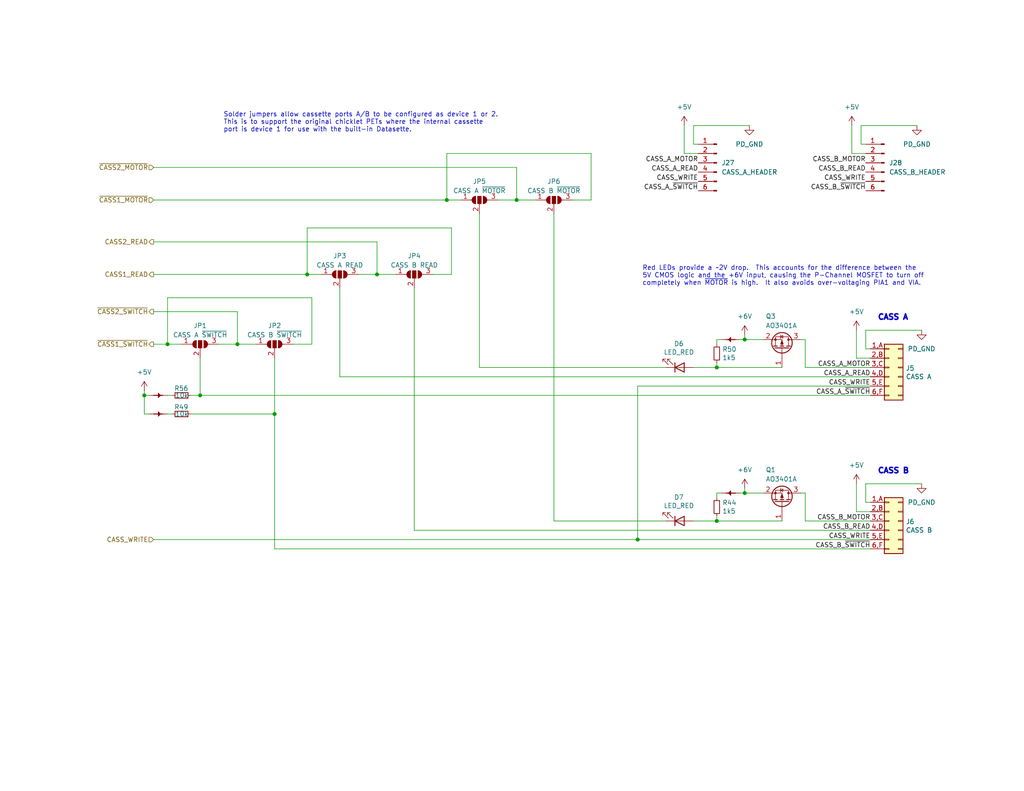
<source format=kicad_sch>
(kicad_sch (version 20211123) (generator eeschema)
  (paper "A")
  (title_block (title "CBM PET Mainboard Replacement"))
  (lib_symbols
    (symbol "CBM_PET_CASS_Conn_01x06_Card_Edge_1" (pin_names (offset 1.016) hide)
      (property "Reference" "J" (at 1.27 7.62 0))
      (property "Value" "CBM_PET_CASS_Conn_01x06_Card_Edge_1" (at 1.27 -10.16 0))
      (symbol "CBM_PET_CASS_Conn_01x06_Card_Edge_1_1_1"
        (rectangle (start -1.27 -7.493) (end 0 -7.747) (stroke (width 0.1524)))
        (rectangle (start -1.27 -4.953) (end 0 -5.207) (stroke (width 0.1524)))
        (rectangle (start -1.27 -2.413) (end 0 -2.667) (stroke (width 0.1524)))
        (rectangle (start -1.27 0.127) (end 0 -0.127) (stroke (width 0.1524)))
        (rectangle (start -1.27 2.667) (end 0 2.413) (stroke (width 0.1524)))
        (rectangle (start -1.27 5.207) (end 0 4.953) (stroke (width 0.1524)))
        (rectangle (start -1.27 6.35) (end 3.81 -8.89) (stroke (width 0.254)) (fill (type background)))
        (rectangle (start 3.81 -7.493) (end 2.54 -7.747) (stroke (width 0.1524)))
        (rectangle (start 3.81 -4.953) (end 2.54 -5.207) (stroke (width 0.1524)))
        (rectangle (start 3.81 -2.413) (end 2.54 -2.667) (stroke (width 0.1524)))
        (rectangle (start 3.81 0.127) (end 2.54 -0.127) (stroke (width 0.1524)))
        (rectangle (start 3.81 2.667) (end 2.54 2.413) (stroke (width 0.1524)))
        (rectangle (start 3.81 5.207) (end 2.54 4.953) (stroke (width 0.1524)))
        (pin passive line (at -5.08 5.08 0) (length 3.81) (name "GND") (number "1,A"))
        (pin passive line (at -5.08 2.54 0) (length 3.81) (name "+5V") (number "2,B"))
        (pin passive line (at -5.08 0 0) (length 3.81) (name "MOTOR") (number "3,C"))
        (pin passive line (at -5.08 -2.54 0) (length 3.81) (name "READ") (number "4,D"))
        (pin passive line (at -5.08 -5.08 0) (length 3.81) (name "WRITE") (number "5,E"))
        (pin passive line (at -5.08 -7.62 0) (length 3.81) (name "SWITCH") (number "6,F"))
      )
    )
    (symbol "Connector:Conn_01x06_Male" (pin_names (offset 1.016) hide)
      (property "Reference" "J" (at 0 7.62 0))
      (property "Value" "Conn_01x06_Male" (at 0 -10.16 0))
      (symbol "Conn_01x06_Male_1_1"
        (polyline (pts (xy 1.27 -7.62) (xy 0.8636 -7.62)) (stroke (width 0.1524)))
        (polyline (pts (xy 1.27 -5.08) (xy 0.8636 -5.08)) (stroke (width 0.1524)))
        (polyline (pts (xy 1.27 -2.54) (xy 0.8636 -2.54)) (stroke (width 0.1524)))
        (polyline (pts (xy 1.27 0) (xy 0.8636 0)) (stroke (width 0.1524)))
        (polyline (pts (xy 1.27 2.54) (xy 0.8636 2.54)) (stroke (width 0.1524)))
        (polyline (pts (xy 1.27 5.08) (xy 0.8636 5.08)) (stroke (width 0.1524)))
        (rectangle (start 0.8636 -7.493) (end 0 -7.747) (stroke (width 0.1524)) (fill (type outline)))
        (rectangle (start 0.8636 -4.953) (end 0 -5.207) (stroke (width 0.1524)) (fill (type outline)))
        (rectangle (start 0.8636 -2.413) (end 0 -2.667) (stroke (width 0.1524)) (fill (type outline)))
        (rectangle (start 0.8636 0.127) (end 0 -0.127) (stroke (width 0.1524)) (fill (type outline)))
        (rectangle (start 0.8636 2.667) (end 0 2.413) (stroke (width 0.1524)) (fill (type outline)))
        (rectangle (start 0.8636 5.207) (end 0 4.953) (stroke (width 0.1524)) (fill (type outline)))
        (pin passive line (at 5.08 5.08 180) (length 3.81) (name "Pin_1") (number "1"))
        (pin passive line (at 5.08 2.54 180) (length 3.81) (name "Pin_2") (number "2"))
        (pin passive line (at 5.08 0 180) (length 3.81) (name "Pin_3") (number "3"))
        (pin passive line (at 5.08 -2.54 180) (length 3.81) (name "Pin_4") (number "4"))
        (pin passive line (at 5.08 -5.08 180) (length 3.81) (name "Pin_5") (number "5"))
        (pin passive line (at 5.08 -7.62 180) (length 3.81) (name "Pin_6") (number "6"))
      )
    )
    (symbol "Device:LED" (pin_numbers hide) (pin_names (offset 1.016) hide)
      (property "Reference" "D" (at 0 2.54 0))
      (property "Value" "LED" (at 0 -2.54 0))
      (symbol "LED_0_1"
        (polyline (pts (xy -1.27 -1.27) (xy -1.27 1.27)) (stroke (width 0.254)))
        (polyline (pts (xy -1.27 0) (xy 1.27 0)))
        (polyline (pts (xy 1.27 -1.27) (xy 1.27 1.27) (xy -1.27 0) (xy 1.27 -1.27)) (stroke (width 0.254)))
        (polyline (pts (xy -3.048 -0.762) (xy -4.572 -2.286) (xy -3.81 -2.286) (xy -4.572 -2.286) (xy -4.572 -1.524)))
        (polyline (pts (xy -1.778 -0.762) (xy -3.302 -2.286) (xy -2.54 -2.286) (xy -3.302 -2.286) (xy -3.302 -1.524)))
      )
      (symbol "LED_1_1"
        (pin passive line (at -3.81 0 0) (length 2.54) (name "K") (number "1"))
        (pin passive line (at 3.81 0 180) (length 2.54) (name "A") (number "2"))
      )
    )
    (symbol "Device:R_Small" (pin_numbers hide) (pin_names (offset 0.254) hide)
      (property "Reference" "R" (at 0.762 0.508 0))
      (property "Value" "R_Small" (at 0.762 -1.016 0))
      (symbol "R_Small_0_1"
        (rectangle (start -0.762 1.778) (end 0.762 -1.778) (stroke (width 0.2032)))
      )
      (symbol "R_Small_1_1"
        (pin passive line (at 0 2.54 270) (length 0.762) (name "~") (number "1"))
        (pin passive line (at 0 -2.54 90) (length 0.762) (name "~") (number "2"))
      )
    )
    (symbol "Jumper:SolderJumper_3_Open" (pin_names (offset 0) hide)
      (property "Reference" "JP" (at -2.54 -2.54 0))
      (property "Value" "SolderJumper_3_Open" (at 0 2.794 0))
      (symbol "SolderJumper_3_Open_0_1"
        (arc (start -1.016 1.016) (mid -2.032 0) (end -1.016 -1.016))
        (arc (start -1.016 1.016) (mid -2.032 0) (end -1.016 -1.016) (fill (type outline)))
        (rectangle (start -0.508 1.016) (end 0.508 -1.016) (fill (type outline)))
        (polyline (pts (xy -2.54 0) (xy -2.032 0)))
        (polyline (pts (xy -1.016 1.016) (xy -1.016 -1.016)))
        (polyline (pts (xy 0 -1.27) (xy 0 -1.016)))
        (polyline (pts (xy 1.016 1.016) (xy 1.016 -1.016)))
        (polyline (pts (xy 2.54 0) (xy 2.032 0)))
        (arc (start 1.016 -1.016) (mid 2.032 0) (end 1.016 1.016))
        (arc (start 1.016 -1.016) (mid 2.032 0) (end 1.016 1.016) (fill (type outline)))
      )
      (symbol "SolderJumper_3_Open_1_1"
        (pin passive line (at -5.08 0 0) (length 2.54) (name "A") (number "1"))
        (pin passive line (at 0 -3.81 90) (length 2.54) (name "C") (number "2"))
        (pin passive line (at 5.08 0 180) (length 2.54) (name "B") (number "3"))
      )
    )
    (symbol "PET:PD_GND" (power) (pin_names (offset 0))
      (property "Value" "PD_GND" (at 0 -3.81 0))
      (symbol "PD_GND_0_1"
        (polyline (pts (xy 0 0) (xy 0 -1.27) (xy 1.27 -1.27) (xy 0 -2.54) (xy -1.27 -1.27) (xy 0 -1.27)))
      )
      (symbol "PD_GND_1_1"
        (pin power_in line (at 0 0 270) (length 0) hide (name "PD_GND") (number "1"))
      )
    )
    (symbol "PET:PowerTie_2" (pin_numbers hide) (pin_names (offset 0) hide)
      (symbol "PowerTie_2_0_1"
        (polyline (pts (xy -1.27 0) (xy 1.27 0)) (stroke (width 0.254)))
        (polyline (pts (xy 0 0.635) (xy 0.635 0) (xy 0 -0.635) (xy 0 0.635)) (fill (type outline)))
      )
      (symbol "PowerTie_2_1_1"
        (pin power_in line (at -2.54 0 0) (length 2.54) (name "1") (number "1"))
        (pin power_out line (at 2.54 0 180) (length 2.54) (name "2") (number "2"))
      )
    )
    (symbol "Retrocomputing:CBM_PET_CASS_Conn_01x06_Card_Edge" (pin_names (offset 1.016) hide)
      (property "Reference" "J" (at 1.27 7.62 0))
      (property "Value" "CBM_PET_CASS_Conn_01x06_Card_Edge" (at 1.27 -10.16 0))
      (symbol "CBM_PET_CASS_Conn_01x06_Card_Edge_1_1"
        (rectangle (start -1.27 -7.493) (end 0 -7.747) (stroke (width 0.1524)))
        (rectangle (start -1.27 -4.953) (end 0 -5.207) (stroke (width 0.1524)))
        (rectangle (start -1.27 -2.413) (end 0 -2.667) (stroke (width 0.1524)))
        (rectangle (start -1.27 0.127) (end 0 -0.127) (stroke (width 0.1524)))
        (rectangle (start -1.27 2.667) (end 0 2.413) (stroke (width 0.1524)))
        (rectangle (start -1.27 5.207) (end 0 4.953) (stroke (width 0.1524)))
        (rectangle (start -1.27 6.35) (end 3.81 -8.89) (stroke (width 0.254)) (fill (type background)))
        (rectangle (start 3.81 -7.493) (end 2.54 -7.747) (stroke (width 0.1524)))
        (rectangle (start 3.81 -4.953) (end 2.54 -5.207) (stroke (width 0.1524)))
        (rectangle (start 3.81 -2.413) (end 2.54 -2.667) (stroke (width 0.1524)))
        (rectangle (start 3.81 0.127) (end 2.54 -0.127) (stroke (width 0.1524)))
        (rectangle (start 3.81 2.667) (end 2.54 2.413) (stroke (width 0.1524)))
        (rectangle (start 3.81 5.207) (end 2.54 4.953) (stroke (width 0.1524)))
        (pin passive line (at -5.08 5.08 0) (length 3.81) (name "GND") (number "1,A"))
        (pin passive line (at -5.08 2.54 0) (length 3.81) (name "+5V") (number "2,B"))
        (pin passive line (at -5.08 0 0) (length 3.81) (name "MOTOR") (number "3,C"))
        (pin passive line (at -5.08 -2.54 0) (length 3.81) (name "READ") (number "4,D"))
        (pin passive line (at -5.08 -5.08 0) (length 3.81) (name "WRITE") (number "5,E"))
        (pin passive line (at -5.08 -7.62 0) (length 3.81) (name "SWITCH") (number "6,F"))
      )
    )
    (symbol "SolderJumper_3_Open_1" (pin_names (offset 0) hide)
      (property "Reference" "JP" (at -2.54 -2.54 0))
      (property "Value" "SolderJumper_3_Open_1" (at 0 2.794 0))
      (symbol "SolderJumper_3_Open_1_0_1"
        (arc (start -1.016 1.016) (mid -2.032 0) (end -1.016 -1.016))
        (arc (start -1.016 1.016) (mid -2.032 0) (end -1.016 -1.016) (fill (type outline)))
        (rectangle (start -0.508 1.016) (end 0.508 -1.016) (fill (type outline)))
        (polyline (pts (xy -2.54 0) (xy -2.032 0)))
        (polyline (pts (xy -1.016 1.016) (xy -1.016 -1.016)))
        (polyline (pts (xy 0 -1.27) (xy 0 -1.016)))
        (polyline (pts (xy 1.016 1.016) (xy 1.016 -1.016)))
        (polyline (pts (xy 2.54 0) (xy 2.032 0)))
        (arc (start 1.016 -1.016) (mid 2.032 0) (end 1.016 1.016))
        (arc (start 1.016 -1.016) (mid 2.032 0) (end 1.016 1.016) (fill (type outline)))
      )
      (symbol "SolderJumper_3_Open_1_1_1"
        (pin passive line (at -5.08 0 0) (length 2.54) (name "A") (number "1"))
        (pin passive line (at 0 -3.81 90) (length 2.54) (name "C") (number "2"))
        (pin passive line (at 5.08 0 180) (length 2.54) (name "B") (number "3"))
      )
    )
    (symbol "SolderJumper_3_Open_2" (pin_names (offset 0) hide)
      (property "Reference" "JP" (at -2.54 -2.54 0))
      (property "Value" "SolderJumper_3_Open_2" (at 0 2.794 0))
      (symbol "SolderJumper_3_Open_2_0_1"
        (arc (start -1.016 1.016) (mid -2.032 0) (end -1.016 -1.016))
        (arc (start -1.016 1.016) (mid -2.032 0) (end -1.016 -1.016) (fill (type outline)))
        (rectangle (start -0.508 1.016) (end 0.508 -1.016) (fill (type outline)))
        (polyline (pts (xy -2.54 0) (xy -2.032 0)))
        (polyline (pts (xy -1.016 1.016) (xy -1.016 -1.016)))
        (polyline (pts (xy 0 -1.27) (xy 0 -1.016)))
        (polyline (pts (xy 1.016 1.016) (xy 1.016 -1.016)))
        (polyline (pts (xy 2.54 0) (xy 2.032 0)))
        (arc (start 1.016 -1.016) (mid 2.032 0) (end 1.016 1.016))
        (arc (start 1.016 -1.016) (mid 2.032 0) (end 1.016 1.016) (fill (type outline)))
      )
      (symbol "SolderJumper_3_Open_2_1_1"
        (pin passive line (at -5.08 0 0) (length 2.54) (name "A") (number "1"))
        (pin passive line (at 0 -3.81 90) (length 2.54) (name "C") (number "2"))
        (pin passive line (at 5.08 0 180) (length 2.54) (name "B") (number "3"))
      )
    )
    (symbol "SolderJumper_3_Open_3" (pin_names (offset 0) hide)
      (property "Reference" "JP" (at -2.54 -2.54 0))
      (property "Value" "SolderJumper_3_Open_3" (at 0 2.794 0))
      (symbol "SolderJumper_3_Open_3_0_1"
        (arc (start -1.016 1.016) (mid -2.032 0) (end -1.016 -1.016))
        (arc (start -1.016 1.016) (mid -2.032 0) (end -1.016 -1.016) (fill (type outline)))
        (rectangle (start -0.508 1.016) (end 0.508 -1.016) (fill (type outline)))
        (polyline (pts (xy -2.54 0) (xy -2.032 0)))
        (polyline (pts (xy -1.016 1.016) (xy -1.016 -1.016)))
        (polyline (pts (xy 0 -1.27) (xy 0 -1.016)))
        (polyline (pts (xy 1.016 1.016) (xy 1.016 -1.016)))
        (polyline (pts (xy 2.54 0) (xy 2.032 0)))
        (arc (start 1.016 -1.016) (mid 2.032 0) (end 1.016 1.016))
        (arc (start 1.016 -1.016) (mid 2.032 0) (end 1.016 1.016) (fill (type outline)))
      )
      (symbol "SolderJumper_3_Open_3_1_1"
        (pin passive line (at -5.08 0 0) (length 2.54) (name "A") (number "1"))
        (pin passive line (at 0 -3.81 90) (length 2.54) (name "C") (number "2"))
        (pin passive line (at 5.08 0 180) (length 2.54) (name "B") (number "3"))
      )
    )
    (symbol "SolderJumper_3_Open_4" (pin_names (offset 0) hide)
      (property "Reference" "JP" (at -2.54 -2.54 0))
      (property "Value" "SolderJumper_3_Open_4" (at 0 2.794 0))
      (symbol "SolderJumper_3_Open_4_0_1"
        (arc (start -1.016 1.016) (mid -2.032 0) (end -1.016 -1.016))
        (arc (start -1.016 1.016) (mid -2.032 0) (end -1.016 -1.016) (fill (type outline)))
        (rectangle (start -0.508 1.016) (end 0.508 -1.016) (fill (type outline)))
        (polyline (pts (xy -2.54 0) (xy -2.032 0)))
        (polyline (pts (xy -1.016 1.016) (xy -1.016 -1.016)))
        (polyline (pts (xy 0 -1.27) (xy 0 -1.016)))
        (polyline (pts (xy 1.016 1.016) (xy 1.016 -1.016)))
        (polyline (pts (xy 2.54 0) (xy 2.032 0)))
        (arc (start 1.016 -1.016) (mid 2.032 0) (end 1.016 1.016))
        (arc (start 1.016 -1.016) (mid 2.032 0) (end 1.016 1.016) (fill (type outline)))
      )
      (symbol "SolderJumper_3_Open_4_1_1"
        (pin passive line (at -5.08 0 0) (length 2.54) (name "A") (number "1"))
        (pin passive line (at 0 -3.81 90) (length 2.54) (name "C") (number "2"))
        (pin passive line (at 5.08 0 180) (length 2.54) (name "B") (number "3"))
      )
    )
    (symbol "SolderJumper_3_Open_5" (pin_names (offset 0) hide)
      (property "Reference" "JP" (at -2.54 -2.54 0))
      (property "Value" "SolderJumper_3_Open_5" (at 0 2.794 0))
      (symbol "SolderJumper_3_Open_5_0_1"
        (arc (start -1.016 1.016) (mid -2.032 0) (end -1.016 -1.016))
        (arc (start -1.016 1.016) (mid -2.032 0) (end -1.016 -1.016) (fill (type outline)))
        (rectangle (start -0.508 1.016) (end 0.508 -1.016) (fill (type outline)))
        (polyline (pts (xy -2.54 0) (xy -2.032 0)))
        (polyline (pts (xy -1.016 1.016) (xy -1.016 -1.016)))
        (polyline (pts (xy 0 -1.27) (xy 0 -1.016)))
        (polyline (pts (xy 1.016 1.016) (xy 1.016 -1.016)))
        (polyline (pts (xy 2.54 0) (xy 2.032 0)))
        (arc (start 1.016 -1.016) (mid 2.032 0) (end 1.016 1.016))
        (arc (start 1.016 -1.016) (mid 2.032 0) (end 1.016 1.016) (fill (type outline)))
      )
      (symbol "SolderJumper_3_Open_5_1_1"
        (pin passive line (at -5.08 0 0) (length 2.54) (name "A") (number "1"))
        (pin passive line (at 0 -3.81 90) (length 2.54) (name "C") (number "2"))
        (pin passive line (at 5.08 0 180) (length 2.54) (name "B") (number "3"))
      )
    )
    (symbol "Transistor_FET:AO3401A" (pin_names hide)
      (property "Reference" "Q" (at 5.08 1.905 0))
      (property "Value" "AO3401A" (at 5.08 0 0))
      (symbol "AO3401A_0_1"
        (polyline (pts (xy 0.254 0) (xy -2.54 0)))
        (polyline (pts (xy 0.254 1.905) (xy 0.254 -1.905)) (stroke (width 0.254)))
        (polyline (pts (xy 0.762 -1.27) (xy 0.762 -2.286)) (stroke (width 0.254)))
        (polyline (pts (xy 0.762 0.508) (xy 0.762 -0.508)) (stroke (width 0.254)))
        (polyline (pts (xy 0.762 2.286) (xy 0.762 1.27)) (stroke (width 0.254)))
        (polyline (pts (xy 2.54 2.54) (xy 2.54 1.778)))
        (polyline (pts (xy 2.54 -2.54) (xy 2.54 0) (xy 0.762 0)))
        (polyline (pts (xy 0.762 1.778) (xy 3.302 1.778) (xy 3.302 -1.778) (xy 0.762 -1.778)))
        (polyline (pts (xy 2.286 0) (xy 1.27 0.381) (xy 1.27 -0.381) (xy 2.286 0)) (fill (type outline)))
        (polyline (pts (xy 2.794 -0.508) (xy 2.921 -0.381) (xy 3.683 -0.381) (xy 3.81 -0.254)))
        (polyline (pts (xy 3.302 -0.381) (xy 2.921 0.254) (xy 3.683 0.254) (xy 3.302 -0.381)))
        (circle (center 1.651 0) (radius 2.794) (stroke (width 0.254)))
        (circle (center 2.54 -1.778) (radius 0.254) (fill (type outline)))
        (circle (center 2.54 1.778) (radius 0.254) (fill (type outline)))
      )
      (symbol "AO3401A_1_1"
        (pin input line (at -5.08 0 0) (length 2.54) (name "G") (number "1"))
        (pin passive line (at 2.54 -5.08 90) (length 2.54) (name "S") (number "2"))
        (pin passive line (at 2.54 5.08 270) (length 2.54) (name "D") (number "3"))
      )
    )
    (symbol "power:+5V" (power) (pin_names (offset 0))
      (property "Value" "+5V" (at 0 3.556 0))
      (symbol "+5V_0_1"
        (polyline (pts (xy -0.762 1.27) (xy 0 2.54)))
        (polyline (pts (xy 0 0) (xy 0 2.54)))
        (polyline (pts (xy 0 2.54) (xy 0.762 1.27)))
      )
      (symbol "+5V_1_1"
        (pin power_in line (at 0 0 90) (length 0) hide (name "+5V") (number "1"))
      )
    )
    (symbol "power:+6V" (power) (pin_names (offset 0))
      (property "Value" "+6V" (at 0 3.556 0))
      (symbol "+6V_0_1"
        (polyline (pts (xy -0.762 1.27) (xy 0 2.54)))
        (polyline (pts (xy 0 0) (xy 0 2.54)))
        (polyline (pts (xy 0 2.54) (xy 0.762 1.27)))
      )
      (symbol "+6V_1_1"
        (pin power_in line (at 0 0 90) (length 0) hide (name "+6V") (number "1"))
      )
    )
  )
  (junction (at 74.93 113.03))
  (junction (at 203.2 92.71))
  (junction (at 39.37 107.95))
  (junction (at 45.72 93.98))
  (junction (at 102.87 74.93))
  (junction (at 203.2 134.62))
  (junction (at 195.58 100.33))
  (junction (at 64.77 93.98))
  (junction (at 195.58 142.24))
  (junction (at 121.92 54.61))
  (junction (at 83.82 74.93))
  (junction (at 173.99 147.32))
  (junction (at 54.61 107.95))
  (junction (at 140.97 54.61))
  (wire (pts (xy 130.81 100.33) (xy 181.61 100.33)))
  (wire (pts (xy 189.23 39.37) (xy 189.23 34.29)))
  (wire (pts (xy 201.93 92.71) (xy 203.2 92.71)))
  (wire (pts (xy 201.93 134.62) (xy 203.2 134.62)))
  (wire (pts (xy 123.19 62.23) (xy 123.19 74.93)))
  (wire (pts (xy 45.72 113.03) (xy 46.99 113.03)))
  (wire (pts (xy 195.58 92.71) (xy 196.85 92.71)))
  (wire (pts (xy 237.49 137.16) (xy 236.22 137.16)))
  (wire (pts (xy 102.87 66.04) (xy 102.87 74.93)))
  (wire (pts (xy 195.58 134.62) (xy 196.85 134.62)))
  (wire (pts (xy 54.61 107.95) (xy 237.49 107.95)))
  (wire (pts (xy 39.37 113.03) (xy 40.64 113.03)))
  (wire (pts (xy 186.69 41.91) (xy 186.69 34.29)))
  (wire (pts (xy 189.23 142.24) (xy 195.58 142.24)))
  (wire (pts (xy 219.71 134.62) (xy 219.71 142.24)))
  (wire (pts (xy 74.93 113.03) (xy 74.93 149.86)))
  (wire (pts (xy 45.72 93.98) (xy 45.72 81.28)))
  (wire (pts (xy 186.69 41.91) (xy 190.5 41.91)))
  (wire (pts (xy 54.61 97.79) (xy 54.61 107.95)))
  (wire (pts (xy 151.13 142.24) (xy 181.61 142.24)))
  (wire (pts (xy 45.72 93.98) (xy 49.53 93.98)))
  (wire (pts (xy 41.91 66.04) (xy 102.87 66.04)))
  (wire (pts (xy 39.37 107.95) (xy 40.64 107.95)))
  (wire (pts (xy 236.22 95.25) (xy 236.22 90.17)))
  (wire (pts (xy 234.95 34.29) (xy 250.19 34.29)))
  (wire (pts (xy 236.22 132.08) (xy 251.46 132.08)))
  (wire (pts (xy 140.97 45.72) (xy 140.97 54.61)))
  (wire (pts (xy 59.69 93.98) (xy 64.77 93.98)))
  (wire (pts (xy 236.22 39.37) (xy 234.95 39.37)))
  (wire (pts (xy 97.79 74.93) (xy 102.87 74.93)))
  (wire (pts (xy 195.58 99.06) (xy 195.58 100.33)))
  (wire (pts (xy 203.2 133.35) (xy 203.2 134.62)))
  (wire (pts (xy 102.87 74.93) (xy 107.95 74.93)))
  (wire (pts (xy 85.09 81.28) (xy 85.09 93.98)))
  (wire (pts (xy 218.44 134.62) (xy 219.71 134.62)))
  (wire (pts (xy 236.22 137.16) (xy 236.22 132.08)))
  (wire (pts (xy 41.91 74.93) (xy 83.82 74.93)))
  (wire (pts (xy 92.71 78.74) (xy 92.71 102.87)))
  (wire (pts (xy 173.99 105.41) (xy 173.99 147.32)))
  (wire (pts (xy 173.99 147.32) (xy 237.49 147.32)))
  (wire (pts (xy 140.97 54.61) (xy 146.05 54.61)))
  (wire (pts (xy 219.71 100.33) (xy 237.49 100.33)))
  (wire (pts (xy 64.77 85.09) (xy 64.77 93.98)))
  (wire (pts (xy 41.91 45.72) (xy 140.97 45.72)))
  (wire (pts (xy 130.81 58.42) (xy 130.81 100.33)))
  (wire (pts (xy 85.09 93.98) (xy 80.01 93.98)))
  (wire (pts (xy 161.29 54.61) (xy 156.21 54.61)))
  (wire (pts (xy 190.5 39.37) (xy 189.23 39.37)))
  (wire (pts (xy 232.41 41.91) (xy 236.22 41.91)))
  (wire (pts (xy 74.93 149.86) (xy 237.49 149.86)))
  (wire (pts (xy 39.37 106.68) (xy 39.37 107.95)))
  (wire (pts (xy 195.58 100.33) (xy 213.36 100.33)))
  (wire (pts (xy 121.92 54.61) (xy 121.92 41.91)))
  (wire (pts (xy 233.68 97.79) (xy 237.49 97.79)))
  (wire (pts (xy 203.2 92.71) (xy 208.28 92.71)))
  (wire (pts (xy 237.49 95.25) (xy 236.22 95.25)))
  (wire (pts (xy 161.29 41.91) (xy 161.29 54.61)))
  (wire (pts (xy 189.23 34.29) (xy 204.47 34.29)))
  (wire (pts (xy 113.03 78.74) (xy 113.03 144.78)))
  (wire (pts (xy 41.91 85.09) (xy 64.77 85.09)))
  (wire (pts (xy 233.68 139.7) (xy 237.49 139.7)))
  (wire (pts (xy 233.68 97.79) (xy 233.68 90.17)))
  (wire (pts (xy 39.37 107.95) (xy 39.37 113.03)))
  (wire (pts (xy 219.71 142.24) (xy 237.49 142.24)))
  (wire (pts (xy 83.82 74.93) (xy 87.63 74.93)))
  (wire (pts (xy 83.82 74.93) (xy 83.82 62.23)))
  (wire (pts (xy 195.58 142.24) (xy 213.36 142.24)))
  (wire (pts (xy 234.95 39.37) (xy 234.95 34.29)))
  (wire (pts (xy 195.58 134.62) (xy 195.58 135.89)))
  (wire (pts (xy 83.82 62.23) (xy 123.19 62.23)))
  (wire (pts (xy 123.19 74.93) (xy 118.11 74.93)))
  (wire (pts (xy 203.2 91.44) (xy 203.2 92.71)))
  (wire (pts (xy 74.93 97.79) (xy 74.93 113.03)))
  (wire (pts (xy 195.58 92.71) (xy 195.58 93.98)))
  (wire (pts (xy 121.92 54.61) (xy 125.73 54.61)))
  (wire (pts (xy 41.91 54.61) (xy 121.92 54.61)))
  (wire (pts (xy 236.22 90.17) (xy 251.46 90.17)))
  (wire (pts (xy 232.41 41.91) (xy 232.41 34.29)))
  (wire (pts (xy 219.71 92.71) (xy 219.71 100.33)))
  (wire (pts (xy 135.89 54.61) (xy 140.97 54.61)))
  (wire (pts (xy 195.58 140.97) (xy 195.58 142.24)))
  (wire (pts (xy 151.13 58.42) (xy 151.13 142.24)))
  (wire (pts (xy 64.77 93.98) (xy 69.85 93.98)))
  (wire (pts (xy 121.92 41.91) (xy 161.29 41.91)))
  (wire (pts (xy 218.44 92.71) (xy 219.71 92.71)))
  (wire (pts (xy 113.03 144.78) (xy 237.49 144.78)))
  (wire (pts (xy 52.07 113.03) (xy 74.93 113.03)))
  (wire (pts (xy 45.72 107.95) (xy 46.99 107.95)))
  (wire (pts (xy 233.68 139.7) (xy 233.68 132.08)))
  (wire (pts (xy 41.91 93.98) (xy 45.72 93.98)))
  (wire (pts (xy 92.71 102.87) (xy 237.49 102.87)))
  (wire (pts (xy 237.49 105.41) (xy 173.99 105.41)))
  (wire (pts (xy 45.72 81.28) (xy 85.09 81.28)))
  (wire (pts (xy 41.91 147.32) (xy 173.99 147.32)))
  (wire (pts (xy 203.2 134.62) (xy 208.28 134.62)))
  (wire (pts (xy 189.23 100.33) (xy 195.58 100.33)))
  (wire (pts (xy 52.07 107.95) (xy 54.61 107.95)))
  (text "Solder jumpers allow cassette ports A/B to be configured as device 1 or 2.\nThis is to support the original chicklet PETs where the internal cassette\nport is device 1 for use with the built-in Datasette.\n" (at 60.96 36.195 0) (effects (font (size 1.27 1.27)) (justify left bottom)))
  (text "CASS B" (at 239.395 129.54 0) (effects (font (size 1.5 1.5) (thickness 0.8) bold) (justify left bottom)))
  (text "Red LEDs provide a ~2V drop.  This accounts for the difference between the\n5V CMOS logic and the +6V input, causing the P-Channel MOSFET to turn off\ncompletely when ~{MOTOR} is high.  It also avoids over-voltaging PIA1 and VIA." (at 175.26 78.105 0) (effects (font (size 1.27 1.27)) (justify left bottom)))
  (text "CASS A" (at 239.395 87.63 0) (effects (font (size 1.5 1.5) (thickness 0.8) bold) (justify left bottom)))
  (label "CASS_WRITE" (at 237.49 147.32 180))
  (label "CASS_B_MOTOR" (at 237.49 142.24 180))
  (label "CASS_WRITE" (at 190.5 49.53 180))
  (label "CASS_A_MOTOR" (at 237.49 100.33 180))
  (label "CASS_B_READ" (at 236.22 46.99 180))
  (label "CASS_B_MOTOR" (at 236.22 44.45 180))
  (label "CASS_A_~{SWITCH}" (at 237.49 107.95 180))
  (label "CASS_A_~{SWITCH}" (at 190.5 52.07 180))
  (label "CASS_B_READ" (at 237.49 144.78 180))
  (label "CASS_A_READ" (at 190.5 46.99 180))
  (label "CASS_A_READ" (at 237.49 102.87 180))
  (label "CASS_B_~{SWITCH}" (at 237.49 149.86 180))
  (label "CASS_A_MOTOR" (at 190.5 44.45 180))
  (label "CASS_WRITE" (at 237.49 105.41 180))
  (label "CASS_WRITE" (at 236.22 49.53 180))
  (label "CASS_B_~{SWITCH}" (at 236.22 52.07 180))
  (hierarchical_label "CASS_WRITE" (shape input) (at 41.91 147.32 180))
  (hierarchical_label "~{CASS1_SWITCH}" (shape output) (at 41.91 93.98 180))
  (hierarchical_label "CASS2_READ" (shape output) (at 41.91 66.04 180))
  (hierarchical_label "~{CASS1_MOTOR}" (shape input) (at 41.91 54.61 180))
  (hierarchical_label "CASS1_READ" (shape output) (at 41.91 74.93 180))
  (hierarchical_label "~{CASS2_SWITCH}" (shape output) (at 41.91 85.09 180))
  (hierarchical_label "~{CASS2_MOTOR}" (shape input) (at 41.91 45.72 180))
  (symbol (lib_id "Retrocomputing:CBM_PET_CASS_Conn_01x06_Card_Edge") (at 242.57 142.24 0) (unit 1)
    (property "Reference" "J6" (at 247.142 142.4432 0) (effects (justify left)))
    (property "Value" "CASS B" (at 247.142 144.7546 0) (effects (justify left)))
    (property "Footprint" "Retrocomputing:CBM_PET_CASS_EDGE_CON_12P" (effects hide))
  )
  (symbol (lib_name "CBM_PET_CASS_Conn_01x06_Card_Edge_1") (lib_id "Retrocomputing:CBM_PET_CASS_Conn_01x06_Card_Edge") (at 242.57 100.33 0) (unit 1)
    (property "Reference" "J5" (at 247.142 100.5332 0) (effects (justify left)))
    (property "Value" "CASS A" (at 247.142 102.8446 0) (effects (justify left)))
    (property "Footprint" "Retrocomputing:CBM_PET_CASS_EDGE_CON_12P" (effects hide))
  )
  (symbol (lib_id "Device:R_Small") (at 49.53 107.95 90) (unit 1)
    (property "Reference" "R56" (at 51.435 106.045 90) (effects (justify left)))
    (property "Value" "10k" (at 51.435 107.95 90) (effects (justify left)))
    (property "Footprint" "Resistor_SMD:R_0402_1005Metric" (effects hide))
    (property "Datasheet" "https://datasheet.lcsc.com/lcsc/2206010100_UNI-ROYAL-Uniroyal-Elec-0402WGF1002TCE_C25744.pdf" (effects hide))
    (property "LCSC" "C25744" (effects hide))
  )
  (symbol (lib_id "Transistor_FET:AO3401A") (at 213.36 95.25 270) (mirror x) (unit 1)
    (property "Reference" "Q3" (at 208.915 86.36 90) (effects (justify left)))
    (property "Value" "AO3401A" (at 208.915 88.9 90) (effects (justify left)))
    (property "Footprint" "JLCPCB:SOT-23_L2.9-W1.3-P1.90-LS2.4-BR" (effects hide))
    (property "Datasheet" "https://datasheet.lcsc.com/lcsc/1810171817_Alpha---Omega-Semicon-AO3401A_C15127.pdf" (effects hide))
    (property "LCSC" "C15127" (effects hide))
  )
  (symbol (lib_id "Transistor_FET:AO3401A") (at 213.36 137.16 270) (mirror x) (unit 1)
    (property "Reference" "Q1" (at 208.915 128.27 90) (effects (justify left)))
    (property "Value" "AO3401A" (at 208.915 130.81 90) (effects (justify left)))
    (property "Footprint" "JLCPCB:SOT-23_L2.9-W1.3-P1.90-LS2.4-BR" (effects hide))
    (property "Datasheet" "https://datasheet.lcsc.com/lcsc/1810171817_Alpha---Omega-Semicon-AO3401A_C15127.pdf" (effects hide))
    (property "LCSC" "C15127" (effects hide))
  )
  (symbol (lib_id "PET:PowerTie_2") (at 43.18 113.03 0) (unit 1)
    (property "Reference" "PT16" (effects hide))
    (property "Value" "PowerTie_2" (effects hide))
    (property "Footprint" "PET:NetTie-2_SMD_Pad_1.6_to_0.4mm" (effects hide))
  )
  (symbol (lib_id "Connector:Conn_01x06_Male") (at 195.58 44.45 0) (mirror y) (unit 1)
    (property "Reference" "J27" (at 196.85 44.4499 0) (effects (justify right)))
    (property "Value" "CASS_A_HEADER" (at 196.85 46.9899 0) (effects (justify right)))
    (property "Footprint" "Connector_PinHeader_2.54mm:PinHeader_1x06_P2.54mm_Vertical" (effects hide))
  )
  (symbol (lib_id "PET:PD_GND") (at 250.19 34.29 0) (unit 1)
    (property "Reference" "#PWR0191" (effects hide))
    (property "Value" "PD_GND" (at 250.19 39.37 0))
  )
  (symbol (lib_name "SolderJumper_3_Open_1") (lib_id "Jumper:SolderJumper_3_Open") (at 130.81 54.61 0) (unit 1)
    (property "Reference" "JP5" (at 130.81 49.53 0))
    (property "Value" "CASS A ~{MOTOR}" (at 130.81 52.07 0))
    (property "Footprint" "Jumper:SolderJumper-3_P1.3mm_Bridged12_RoundedPad1.0x1.5mm" (effects hide))
  )
  (symbol (lib_id "Jumper:SolderJumper_3_Open") (at 54.61 93.98 0) (unit 1)
    (property "Reference" "JP1" (at 54.61 88.9 0))
    (property "Value" "CASS A ~{SWITCH}" (at 54.61 91.44 0))
    (property "Footprint" "Jumper:SolderJumper-3_P1.3mm_Bridged12_RoundedPad1.0x1.5mm" (effects hide))
  )
  (symbol (lib_id "PET:PowerTie_2") (at 199.39 92.71 180) (unit 1)
    (property "Reference" "PT21" (effects hide))
    (property "Value" "PowerTie_2" (effects hide))
    (property "Footprint" "PET:NetTie-2_SMD_Pad_1.6_to_0.4mm" (effects hide))
  )
  (symbol (lib_id "Device:R_Small") (at 195.58 96.52 0) (unit 1)
    (property "Reference" "R50" (at 197.0786 95.3516 0) (effects (justify left)))
    (property "Value" "1k5" (at 197.0786 97.663 0) (effects (justify left)))
    (property "Footprint" "Resistor_SMD:R_0402_1005Metric" (effects hide))
    (property "Datasheet" "https://datasheet.lcsc.com/lcsc/2206010045_UNI-ROYAL-Uniroyal-Elec-0402WGF1501TCE_C25867.pdf" (effects hide))
    (property "LCSC" "C25867" (effects hide))
  )
  (symbol (lib_id "PET:PD_GND") (at 251.46 90.17 0) (unit 1)
    (property "Reference" "#PWR0123" (effects hide))
    (property "Value" "PD_GND" (at 251.46 95.25 0))
  )
  (symbol (lib_name "SolderJumper_3_Open_2") (lib_id "Jumper:SolderJumper_3_Open") (at 92.71 74.93 0) (unit 1)
    (property "Reference" "JP3" (at 92.71 69.85 0))
    (property "Value" "CASS A READ" (at 92.71 72.39 0))
    (property "Footprint" "Jumper:SolderJumper-3_P1.3mm_Bridged12_RoundedPad1.0x1.5mm" (effects hide))
  )
  (symbol (lib_id "PET:PowerTie_2") (at 43.18 107.95 0) (unit 1)
    (property "Reference" "PT15" (effects hide))
    (property "Value" "PowerTie_2" (effects hide))
    (property "Footprint" "PET:NetTie-2_SMD_Pad_1.6_to_0.4mm" (effects hide))
  )
  (symbol (lib_name "SolderJumper_3_Open_5") (lib_id "Jumper:SolderJumper_3_Open") (at 74.93 93.98 0) (unit 1)
    (property "Reference" "JP2" (at 74.93 88.9 0))
    (property "Value" "CASS B ~{SWITCH}" (at 74.93 91.44 0))
    (property "Footprint" "Jumper:SolderJumper-3_P1.3mm_Bridged12_RoundedPad1.0x1.5mm" (effects hide))
  )
  (symbol (lib_id "power:+5V") (at 186.69 34.29 0) (unit 1)
    (property "Reference" "#PWR0189" (effects hide))
    (property "Value" "+5V" (at 186.69 29.21 0))
  )
  (symbol (lib_id "PET:PD_GND") (at 251.46 132.08 0) (unit 1)
    (property "Reference" "#PWR0129" (effects hide))
    (property "Value" "PD_GND" (at 251.46 137.16 0))
  )
  (symbol (lib_id "power:+5V") (at 233.68 132.08 0) (unit 1)
    (property "Reference" "#PWR0128" (effects hide))
    (property "Value" "+5V" (at 233.68 127 0))
  )
  (symbol (lib_id "power:+5V") (at 232.41 34.29 0) (unit 1)
    (property "Reference" "#PWR0194" (effects hide))
    (property "Value" "+5V" (at 232.41 29.21 0))
  )
  (symbol (lib_id "Device:LED") (at 185.42 100.33 0) (mirror x) (unit 1)
    (property "Reference" "D6" (at 185.2422 93.853 0))
    (property "Value" "LED_RED" (at 185.2422 96.1644 0))
    (property "Footprint" "LED_SMD:LED_0603_1608Metric" (effects hide))
    (property "Datasheet" "https://datasheet.lcsc.com/lcsc/1810231112_Hubei-KENTO-Elec-KT-0603R_C2286.pdf" (effects hide))
    (property "LCSC" "C2286" (effects hide))
  )
  (symbol (lib_id "Connector:Conn_01x06_Male") (at 241.3 44.45 0) (mirror y) (unit 1)
    (property "Reference" "J28" (at 242.57 44.4499 0) (effects (justify right)))
    (property "Value" "CASS_B_HEADER" (at 242.57 46.9899 0) (effects (justify right)))
    (property "Footprint" "Connector_PinHeader_2.54mm:PinHeader_1x06_P2.54mm_Vertical" (effects hide))
  )
  (symbol (lib_id "Device:R_Small") (at 195.58 138.43 0) (unit 1)
    (property "Reference" "R44" (at 197.0786 137.2616 0) (effects (justify left)))
    (property "Value" "1k5" (at 197.0786 139.573 0) (effects (justify left)))
    (property "Footprint" "Resistor_SMD:R_0402_1005Metric" (effects hide))
    (property "Datasheet" "https://datasheet.lcsc.com/lcsc/2206010045_UNI-ROYAL-Uniroyal-Elec-0402WGF1501TCE_C25867.pdf" (effects hide))
    (property "LCSC" "C25867" (effects hide))
  )
  (symbol (lib_id "Device:LED") (at 185.42 142.24 0) (mirror x) (unit 1)
    (property "Reference" "D7" (at 185.2422 135.763 0))
    (property "Value" "LED_RED" (at 185.2422 138.0744 0))
    (property "Footprint" "LED_SMD:LED_0603_1608Metric" (effects hide))
    (property "Datasheet" "https://datasheet.lcsc.com/lcsc/1810231112_Hubei-KENTO-Elec-KT-0603R_C2286.pdf" (effects hide))
    (property "LCSC" "C2286" (effects hide))
  )
  (symbol (lib_id "power:+6V") (at 203.2 133.35 0) (unit 1)
    (property "Reference" "#PWR0130" (effects hide))
    (property "Value" "+6V" (at 203.2 128.27 0))
  )
  (symbol (lib_id "PET:PD_GND") (at 204.47 34.29 0) (unit 1)
    (property "Reference" "#PWR0190" (effects hide))
    (property "Value" "PD_GND" (at 204.47 39.37 0))
  )
  (symbol (lib_id "power:+6V") (at 203.2 91.44 0) (unit 1)
    (property "Reference" "#PWR0124" (effects hide))
    (property "Value" "+6V" (at 203.2 86.36 0))
  )
  (symbol (lib_id "power:+5V") (at 233.68 90.17 0) (unit 1)
    (property "Reference" "#PWR0122" (effects hide))
    (property "Value" "+5V" (at 233.68 85.09 0))
  )
  (symbol (lib_name "SolderJumper_3_Open_3") (lib_id "Jumper:SolderJumper_3_Open") (at 151.13 54.61 0) (unit 1)
    (property "Reference" "JP6" (at 151.13 49.53 0))
    (property "Value" "CASS B ~{MOTOR}" (at 151.13 52.07 0))
    (property "Footprint" "Jumper:SolderJumper-3_P1.3mm_Bridged12_RoundedPad1.0x1.5mm" (effects hide))
  )
  (symbol (lib_id "power:+5V") (at 39.37 106.68 0) (unit 1)
    (property "Reference" "#PWR0127" (effects hide))
    (property "Value" "+5V" (at 39.37 101.6 0))
  )
  (symbol (lib_id "Device:R_Small") (at 49.53 113.03 90) (unit 1)
    (property "Reference" "R49" (at 51.435 111.125 90) (effects (justify left)))
    (property "Value" "10k" (at 51.435 113.03 90) (effects (justify left)))
    (property "Footprint" "Resistor_SMD:R_0402_1005Metric" (effects hide))
    (property "Datasheet" "https://datasheet.lcsc.com/lcsc/2206010100_UNI-ROYAL-Uniroyal-Elec-0402WGF1002TCE_C25744.pdf" (effects hide))
    (property "LCSC" "C25744" (effects hide))
  )
  (symbol (lib_name "SolderJumper_3_Open_4") (lib_id "Jumper:SolderJumper_3_Open") (at 113.03 74.93 0) (unit 1)
    (property "Reference" "JP4" (at 113.03 69.85 0))
    (property "Value" "CASS B READ" (at 113.03 72.39 0))
    (property "Footprint" "Jumper:SolderJumper-3_P1.3mm_Bridged12_RoundedPad1.0x1.5mm" (effects hide))
  )
  (symbol (lib_id "PET:PowerTie_2") (at 199.39 134.62 180) (unit 1)
    (property "Reference" "PT22" (effects hide))
    (property "Value" "PowerTie_2" (effects hide))
    (property "Footprint" "PET:NetTie-2_SMD_Pad_1.6_to_0.4mm" (effects hide))
  )
)
</source>
